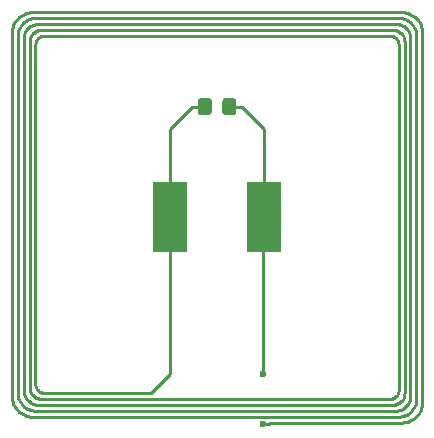
<source format=gtl>
G04 #@! TF.GenerationSoftware,KiCad,Pcbnew,5.1.10*
G04 #@! TF.CreationDate,2021-10-22T00:18:35+02:00*
G04 #@! TF.ProjectId,rfid-breakout,72666964-2d62-4726-9561-6b6f75742e6b,rev?*
G04 #@! TF.SameCoordinates,Original*
G04 #@! TF.FileFunction,Copper,L1,Top*
G04 #@! TF.FilePolarity,Positive*
%FSLAX46Y46*%
G04 Gerber Fmt 4.6, Leading zero omitted, Abs format (unit mm)*
G04 Created by KiCad (PCBNEW 5.1.10) date 2021-10-22 00:18:35*
%MOMM*%
%LPD*%
G01*
G04 APERTURE LIST*
G04 #@! TA.AperFunction,SMDPad,CuDef*
%ADD10R,3.000000X6.000000*%
G04 #@! TD*
G04 #@! TA.AperFunction,ViaPad*
%ADD11C,0.600000*%
G04 #@! TD*
G04 #@! TA.AperFunction,Conductor*
%ADD12C,0.250000*%
G04 #@! TD*
G04 APERTURE END LIST*
G04 #@! TA.AperFunction,SMDPad,CuDef*
G36*
G01*
X145000000Y-90975000D02*
X145000000Y-90025000D01*
G75*
G02*
X145250000Y-89775000I250000J0D01*
G01*
X145925000Y-89775000D01*
G75*
G02*
X146175000Y-90025000I0J-250000D01*
G01*
X146175000Y-90975000D01*
G75*
G02*
X145925000Y-91225000I-250000J0D01*
G01*
X145250000Y-91225000D01*
G75*
G02*
X145000000Y-90975000I0J250000D01*
G01*
G37*
G04 #@! TD.AperFunction*
G04 #@! TA.AperFunction,SMDPad,CuDef*
G36*
G01*
X147075000Y-90975000D02*
X147075000Y-90025000D01*
G75*
G02*
X147325000Y-89775000I250000J0D01*
G01*
X148000000Y-89775000D01*
G75*
G02*
X148250000Y-90025000I0J-250000D01*
G01*
X148250000Y-90975000D01*
G75*
G02*
X148000000Y-91225000I-250000J0D01*
G01*
X147325000Y-91225000D01*
G75*
G02*
X147075000Y-90975000I0J250000D01*
G01*
G37*
G04 #@! TD.AperFunction*
D10*
X150625000Y-99875000D03*
X142625000Y-99875000D03*
D11*
X150500000Y-113125000D03*
X150500000Y-117375000D03*
D12*
X150500000Y-100000000D02*
X150625000Y-99875000D01*
X150500000Y-113125000D02*
X150500000Y-100000000D01*
X142625000Y-92375000D02*
X142625000Y-99875000D01*
X144500000Y-90500000D02*
X142625000Y-92375000D01*
X145587500Y-90500000D02*
X144500000Y-90500000D01*
X150625000Y-92375000D02*
X150625000Y-99875000D01*
X148750000Y-90500000D02*
X150625000Y-92375000D01*
X147662500Y-90500000D02*
X148750000Y-90500000D01*
X150500000Y-117375000D02*
X150500000Y-117375000D01*
X142625000Y-113125000D02*
X141000000Y-114750000D01*
X151000000Y-117375000D02*
X150500000Y-117375000D01*
X151125000Y-117250000D02*
X151000000Y-117375000D01*
X142625000Y-99875000D02*
X142625000Y-113125000D01*
X131250000Y-85250000D02*
X131253611Y-85176487D01*
X131253611Y-85176487D02*
X131264411Y-85103682D01*
X131264411Y-85103682D02*
X131282294Y-85032286D01*
X131282294Y-85032286D02*
X131307090Y-84962987D01*
X131307090Y-84962987D02*
X131338559Y-84896452D01*
X131338559Y-84896452D02*
X131376397Y-84833322D01*
X131376397Y-84833322D02*
X131420242Y-84774205D01*
X131420242Y-84774205D02*
X131469669Y-84719669D01*
X131469669Y-84719669D02*
X131524205Y-84670242D01*
X131524205Y-84670242D02*
X131583322Y-84626397D01*
X131583322Y-84626397D02*
X131646452Y-84588559D01*
X131646452Y-84588559D02*
X131712987Y-84557090D01*
X131712987Y-84557090D02*
X131782286Y-84532294D01*
X131782286Y-84532294D02*
X131853682Y-84514411D01*
X131853682Y-84514411D02*
X131926487Y-84503611D01*
X131926487Y-84503611D02*
X132000000Y-84500000D01*
X130750000Y-85000000D02*
X130754815Y-84901982D01*
X130754815Y-84901982D02*
X130769214Y-84804909D01*
X130769214Y-84804909D02*
X130793059Y-84709715D01*
X130793059Y-84709715D02*
X130826120Y-84617316D01*
X130826120Y-84617316D02*
X130868078Y-84528603D01*
X130868078Y-84528603D02*
X130918530Y-84444429D01*
X130918530Y-84444429D02*
X130976989Y-84365606D01*
X130976989Y-84365606D02*
X131042893Y-84292893D01*
X131042893Y-84292893D02*
X131115606Y-84226989D01*
X131115606Y-84226989D02*
X131194429Y-84168530D01*
X131194429Y-84168530D02*
X131278603Y-84118078D01*
X131278603Y-84118078D02*
X131367316Y-84076120D01*
X131367316Y-84076120D02*
X131459715Y-84043059D01*
X131459715Y-84043059D02*
X131554909Y-84019214D01*
X131554909Y-84019214D02*
X131651982Y-84004815D01*
X131651982Y-84004815D02*
X131750000Y-84000000D01*
X131500000Y-83500000D02*
X131377478Y-83506019D01*
X131377478Y-83506019D02*
X131256137Y-83524018D01*
X131256137Y-83524018D02*
X131137144Y-83553824D01*
X131137144Y-83553824D02*
X131021645Y-83595150D01*
X131021645Y-83595150D02*
X130910754Y-83647598D01*
X130910754Y-83647598D02*
X130805537Y-83710662D01*
X130805537Y-83710662D02*
X130707008Y-83783736D01*
X130707008Y-83783736D02*
X130616116Y-83866116D01*
X130616116Y-83866116D02*
X130533736Y-83957008D01*
X130533736Y-83957008D02*
X130460662Y-84055537D01*
X130460662Y-84055537D02*
X130397598Y-84160754D01*
X130397598Y-84160754D02*
X130345150Y-84271645D01*
X130345150Y-84271645D02*
X130303824Y-84387144D01*
X130303824Y-84387144D02*
X130274018Y-84506137D01*
X130274018Y-84506137D02*
X130256019Y-84627478D01*
X130256019Y-84627478D02*
X130250000Y-84750000D01*
X129750000Y-84500000D02*
X129757222Y-84352974D01*
X129757222Y-84352974D02*
X129778822Y-84207364D01*
X129778822Y-84207364D02*
X129814589Y-84064572D01*
X129814589Y-84064572D02*
X129864180Y-83925974D01*
X129864180Y-83925974D02*
X129927118Y-83792904D01*
X129927118Y-83792904D02*
X130002795Y-83666644D01*
X130002795Y-83666644D02*
X130090484Y-83548410D01*
X130090484Y-83548410D02*
X130189339Y-83439339D01*
X130189339Y-83439339D02*
X130298410Y-83340484D01*
X130298410Y-83340484D02*
X130416644Y-83252795D01*
X130416644Y-83252795D02*
X130542904Y-83177118D01*
X130542904Y-83177118D02*
X130675974Y-83114180D01*
X130675974Y-83114180D02*
X130814572Y-83064589D01*
X130814572Y-83064589D02*
X130957364Y-83028822D01*
X130957364Y-83028822D02*
X131102974Y-83007222D01*
X131102974Y-83007222D02*
X131250000Y-83000000D01*
X129250000Y-84250000D02*
X129258426Y-84078470D01*
X129258426Y-84078470D02*
X129283625Y-83908591D01*
X129283625Y-83908591D02*
X129325354Y-83742001D01*
X129325354Y-83742001D02*
X129383210Y-83580303D01*
X129383210Y-83580303D02*
X129456637Y-83425055D01*
X129456637Y-83425055D02*
X129544928Y-83277752D01*
X129544928Y-83277752D02*
X129647231Y-83139811D01*
X129647231Y-83139811D02*
X129762563Y-83012563D01*
X129762563Y-83012563D02*
X129889811Y-82897231D01*
X129889811Y-82897231D02*
X130027752Y-82794928D01*
X130027752Y-82794928D02*
X130175055Y-82706637D01*
X130175055Y-82706637D02*
X130330303Y-82633210D01*
X130330303Y-82633210D02*
X130492001Y-82575354D01*
X130492001Y-82575354D02*
X130658591Y-82533625D01*
X130658591Y-82533625D02*
X130828470Y-82508426D01*
X130828470Y-82508426D02*
X131000000Y-82500000D01*
X162000000Y-85250000D02*
X161996388Y-85176487D01*
X161996388Y-85176487D02*
X161985588Y-85103682D01*
X161985588Y-85103682D02*
X161967705Y-85032286D01*
X161967705Y-85032286D02*
X161942909Y-84962987D01*
X161942909Y-84962987D02*
X161911440Y-84896452D01*
X161911440Y-84896452D02*
X161873602Y-84833322D01*
X161873602Y-84833322D02*
X161829757Y-84774205D01*
X161829757Y-84774205D02*
X161780330Y-84719669D01*
X161780330Y-84719669D02*
X161725794Y-84670242D01*
X161725794Y-84670242D02*
X161666677Y-84626397D01*
X161666677Y-84626397D02*
X161603547Y-84588559D01*
X161603547Y-84588559D02*
X161537012Y-84557090D01*
X161537012Y-84557090D02*
X161467713Y-84532294D01*
X161467713Y-84532294D02*
X161396317Y-84514411D01*
X161396317Y-84514411D02*
X161323512Y-84503611D01*
X161323512Y-84503611D02*
X161250000Y-84500000D01*
X161250000Y-84500000D02*
X132000000Y-84500000D01*
X162500000Y-85000000D02*
X162495184Y-84901982D01*
X162495184Y-84901982D02*
X162480785Y-84804909D01*
X162480785Y-84804909D02*
X162456940Y-84709715D01*
X162456940Y-84709715D02*
X162423879Y-84617316D01*
X162423879Y-84617316D02*
X162381921Y-84528603D01*
X162381921Y-84528603D02*
X162331469Y-84444429D01*
X162331469Y-84444429D02*
X162273010Y-84365606D01*
X162273010Y-84365606D02*
X162207106Y-84292893D01*
X162207106Y-84292893D02*
X162134393Y-84226989D01*
X162134393Y-84226989D02*
X162055570Y-84168530D01*
X162055570Y-84168530D02*
X161971396Y-84118078D01*
X161971396Y-84118078D02*
X161882683Y-84076120D01*
X161882683Y-84076120D02*
X161790284Y-84043059D01*
X161790284Y-84043059D02*
X161695090Y-84019214D01*
X161695090Y-84019214D02*
X161598017Y-84004815D01*
X161598017Y-84004815D02*
X161500000Y-84000000D01*
X161500000Y-84000000D02*
X131750000Y-84000000D01*
X163000000Y-84750000D02*
X162993980Y-84627478D01*
X162993980Y-84627478D02*
X162975981Y-84506137D01*
X162975981Y-84506137D02*
X162946175Y-84387144D01*
X162946175Y-84387144D02*
X162904849Y-84271645D01*
X162904849Y-84271645D02*
X162852401Y-84160754D01*
X162852401Y-84160754D02*
X162789337Y-84055537D01*
X162789337Y-84055537D02*
X162716263Y-83957008D01*
X162716263Y-83957008D02*
X162633883Y-83866116D01*
X162633883Y-83866116D02*
X162542991Y-83783736D01*
X162542991Y-83783736D02*
X162444462Y-83710662D01*
X162444462Y-83710662D02*
X162339245Y-83647598D01*
X162339245Y-83647598D02*
X162228354Y-83595150D01*
X162228354Y-83595150D02*
X162112855Y-83553824D01*
X162112855Y-83553824D02*
X161993862Y-83524018D01*
X161993862Y-83524018D02*
X161872521Y-83506019D01*
X161872521Y-83506019D02*
X161750000Y-83500000D01*
X161750000Y-83500000D02*
X131500000Y-83500000D01*
X163500000Y-84500000D02*
X163492777Y-84352974D01*
X163492777Y-84352974D02*
X163471177Y-84207364D01*
X163471177Y-84207364D02*
X163435410Y-84064572D01*
X163435410Y-84064572D02*
X163385819Y-83925974D01*
X163385819Y-83925974D02*
X163322881Y-83792904D01*
X163322881Y-83792904D02*
X163247204Y-83666644D01*
X163247204Y-83666644D02*
X163159515Y-83548410D01*
X163159515Y-83548410D02*
X163060660Y-83439339D01*
X163060660Y-83439339D02*
X162951589Y-83340484D01*
X162951589Y-83340484D02*
X162833355Y-83252795D01*
X162833355Y-83252795D02*
X162707095Y-83177118D01*
X162707095Y-83177118D02*
X162574025Y-83114180D01*
X162574025Y-83114180D02*
X162435427Y-83064589D01*
X162435427Y-83064589D02*
X162292635Y-83028822D01*
X162292635Y-83028822D02*
X162147025Y-83007222D01*
X162147025Y-83007222D02*
X162000000Y-83000000D01*
X162000000Y-83000000D02*
X131250000Y-83000000D01*
X164000000Y-84250000D02*
X163991573Y-84078470D01*
X163991573Y-84078470D02*
X163966374Y-83908591D01*
X163966374Y-83908591D02*
X163924645Y-83742001D01*
X163924645Y-83742001D02*
X163866789Y-83580303D01*
X163866789Y-83580303D02*
X163793362Y-83425055D01*
X163793362Y-83425055D02*
X163705071Y-83277752D01*
X163705071Y-83277752D02*
X163602768Y-83139811D01*
X163602768Y-83139811D02*
X163487436Y-83012563D01*
X163487436Y-83012563D02*
X163360188Y-82897231D01*
X163360188Y-82897231D02*
X163222247Y-82794928D01*
X163222247Y-82794928D02*
X163074944Y-82706637D01*
X163074944Y-82706637D02*
X162919696Y-82633210D01*
X162919696Y-82633210D02*
X162757998Y-82575354D01*
X162757998Y-82575354D02*
X162591408Y-82533625D01*
X162591408Y-82533625D02*
X162421529Y-82508426D01*
X162421529Y-82508426D02*
X162250000Y-82500000D01*
X162250000Y-82500000D02*
X131000000Y-82500000D01*
X132000000Y-114750000D02*
X141000000Y-114750000D01*
X132000000Y-114750000D02*
X131926487Y-114746388D01*
X131926487Y-114746388D02*
X131853682Y-114735588D01*
X131853682Y-114735588D02*
X131782286Y-114717705D01*
X131782286Y-114717705D02*
X131712987Y-114692909D01*
X131712987Y-114692909D02*
X131646452Y-114661440D01*
X131646452Y-114661440D02*
X131583322Y-114623602D01*
X131583322Y-114623602D02*
X131524205Y-114579757D01*
X131524205Y-114579757D02*
X131469669Y-114530330D01*
X131469669Y-114530330D02*
X131420242Y-114475794D01*
X131420242Y-114475794D02*
X131376397Y-114416677D01*
X131376397Y-114416677D02*
X131338559Y-114353547D01*
X131338559Y-114353547D02*
X131307090Y-114287012D01*
X131307090Y-114287012D02*
X131282294Y-114217713D01*
X131282294Y-114217713D02*
X131264411Y-114146317D01*
X131264411Y-114146317D02*
X131253611Y-114073512D01*
X131253611Y-114073512D02*
X131250000Y-114000000D01*
X131250000Y-114000000D02*
X131250000Y-85250000D01*
X131750000Y-115250000D02*
X131651982Y-115245184D01*
X131651982Y-115245184D02*
X131554909Y-115230785D01*
X131554909Y-115230785D02*
X131459715Y-115206940D01*
X131459715Y-115206940D02*
X131367316Y-115173879D01*
X131367316Y-115173879D02*
X131278603Y-115131921D01*
X131278603Y-115131921D02*
X131194429Y-115081469D01*
X131194429Y-115081469D02*
X131115606Y-115023010D01*
X131115606Y-115023010D02*
X131042893Y-114957106D01*
X131042893Y-114957106D02*
X130976989Y-114884393D01*
X130976989Y-114884393D02*
X130918530Y-114805570D01*
X130918530Y-114805570D02*
X130868078Y-114721396D01*
X130868078Y-114721396D02*
X130826120Y-114632683D01*
X130826120Y-114632683D02*
X130793059Y-114540284D01*
X130793059Y-114540284D02*
X130769214Y-114445090D01*
X130769214Y-114445090D02*
X130754815Y-114348017D01*
X130754815Y-114348017D02*
X130750000Y-114250000D01*
X130750000Y-114250000D02*
X130750000Y-85000000D01*
X131500000Y-115750000D02*
X131377478Y-115743980D01*
X131377478Y-115743980D02*
X131256137Y-115725981D01*
X131256137Y-115725981D02*
X131137144Y-115696175D01*
X131137144Y-115696175D02*
X131021645Y-115654849D01*
X131021645Y-115654849D02*
X130910754Y-115602401D01*
X130910754Y-115602401D02*
X130805537Y-115539337D01*
X130805537Y-115539337D02*
X130707008Y-115466263D01*
X130707008Y-115466263D02*
X130616116Y-115383883D01*
X130616116Y-115383883D02*
X130533736Y-115292991D01*
X130533736Y-115292991D02*
X130460662Y-115194462D01*
X130460662Y-115194462D02*
X130397598Y-115089245D01*
X130397598Y-115089245D02*
X130345150Y-114978354D01*
X130345150Y-114978354D02*
X130303824Y-114862855D01*
X130303824Y-114862855D02*
X130274018Y-114743862D01*
X130274018Y-114743862D02*
X130256019Y-114622521D01*
X130256019Y-114622521D02*
X130250000Y-114500000D01*
X130250000Y-114500000D02*
X130250000Y-84750000D01*
X131250000Y-116250000D02*
X131102974Y-116242777D01*
X131102974Y-116242777D02*
X130957364Y-116221177D01*
X130957364Y-116221177D02*
X130814572Y-116185410D01*
X130814572Y-116185410D02*
X130675974Y-116135819D01*
X130675974Y-116135819D02*
X130542904Y-116072881D01*
X130542904Y-116072881D02*
X130416644Y-115997204D01*
X130416644Y-115997204D02*
X130298410Y-115909515D01*
X130298410Y-115909515D02*
X130189339Y-115810660D01*
X130189339Y-115810660D02*
X130090484Y-115701589D01*
X130090484Y-115701589D02*
X130002795Y-115583355D01*
X130002795Y-115583355D02*
X129927118Y-115457095D01*
X129927118Y-115457095D02*
X129864180Y-115324025D01*
X129864180Y-115324025D02*
X129814589Y-115185427D01*
X129814589Y-115185427D02*
X129778822Y-115042635D01*
X129778822Y-115042635D02*
X129757222Y-114897025D01*
X129757222Y-114897025D02*
X129750000Y-114750000D01*
X129750000Y-114750000D02*
X129750000Y-84500000D01*
X131000000Y-116750000D02*
X130828470Y-116741573D01*
X130828470Y-116741573D02*
X130658591Y-116716374D01*
X130658591Y-116716374D02*
X130492001Y-116674645D01*
X130492001Y-116674645D02*
X130330303Y-116616789D01*
X130330303Y-116616789D02*
X130175055Y-116543362D01*
X130175055Y-116543362D02*
X130027752Y-116455071D01*
X130027752Y-116455071D02*
X129889811Y-116352768D01*
X129889811Y-116352768D02*
X129762563Y-116237436D01*
X129762563Y-116237436D02*
X129647231Y-116110188D01*
X129647231Y-116110188D02*
X129544928Y-115972247D01*
X129544928Y-115972247D02*
X129456637Y-115824944D01*
X129456637Y-115824944D02*
X129383210Y-115669696D01*
X129383210Y-115669696D02*
X129325354Y-115507998D01*
X129325354Y-115507998D02*
X129283625Y-115341408D01*
X129283625Y-115341408D02*
X129258426Y-115171529D01*
X129258426Y-115171529D02*
X129250000Y-115000000D01*
X129250000Y-115000000D02*
X129250000Y-84250000D01*
X162000000Y-114500000D02*
X162000000Y-85250000D01*
X162000000Y-114500000D02*
X161996388Y-114573512D01*
X161996388Y-114573512D02*
X161985588Y-114646317D01*
X161985588Y-114646317D02*
X161967705Y-114717713D01*
X161967705Y-114717713D02*
X161942909Y-114787012D01*
X161942909Y-114787012D02*
X161911440Y-114853547D01*
X161911440Y-114853547D02*
X161873602Y-114916677D01*
X161873602Y-114916677D02*
X161829757Y-114975794D01*
X161829757Y-114975794D02*
X161780330Y-115030330D01*
X161780330Y-115030330D02*
X161725794Y-115079757D01*
X161725794Y-115079757D02*
X161666677Y-115123602D01*
X161666677Y-115123602D02*
X161603547Y-115161440D01*
X161603547Y-115161440D02*
X161537012Y-115192909D01*
X161537012Y-115192909D02*
X161467713Y-115217705D01*
X161467713Y-115217705D02*
X161396317Y-115235588D01*
X161396317Y-115235588D02*
X161323512Y-115246388D01*
X161323512Y-115246388D02*
X161250000Y-115250000D01*
X161250000Y-115250000D02*
X131750000Y-115250000D01*
X162500000Y-114750000D02*
X162500000Y-85000000D01*
X162500000Y-114750000D02*
X162495184Y-114848017D01*
X162495184Y-114848017D02*
X162480785Y-114945090D01*
X162480785Y-114945090D02*
X162456940Y-115040284D01*
X162456940Y-115040284D02*
X162423879Y-115132683D01*
X162423879Y-115132683D02*
X162381921Y-115221396D01*
X162381921Y-115221396D02*
X162331469Y-115305570D01*
X162331469Y-115305570D02*
X162273010Y-115384393D01*
X162273010Y-115384393D02*
X162207106Y-115457106D01*
X162207106Y-115457106D02*
X162134393Y-115523010D01*
X162134393Y-115523010D02*
X162055570Y-115581469D01*
X162055570Y-115581469D02*
X161971396Y-115631921D01*
X161971396Y-115631921D02*
X161882683Y-115673879D01*
X161882683Y-115673879D02*
X161790284Y-115706940D01*
X161790284Y-115706940D02*
X161695090Y-115730785D01*
X161695090Y-115730785D02*
X161598017Y-115745184D01*
X161598017Y-115745184D02*
X161500000Y-115750000D01*
X161500000Y-115750000D02*
X131500000Y-115750000D01*
X163000000Y-115000000D02*
X163000000Y-84750000D01*
X163000000Y-115000000D02*
X162993980Y-115122521D01*
X162993980Y-115122521D02*
X162975981Y-115243862D01*
X162975981Y-115243862D02*
X162946175Y-115362855D01*
X162946175Y-115362855D02*
X162904849Y-115478354D01*
X162904849Y-115478354D02*
X162852401Y-115589245D01*
X162852401Y-115589245D02*
X162789337Y-115694462D01*
X162789337Y-115694462D02*
X162716263Y-115792991D01*
X162716263Y-115792991D02*
X162633883Y-115883883D01*
X162633883Y-115883883D02*
X162542991Y-115966263D01*
X162542991Y-115966263D02*
X162444462Y-116039337D01*
X162444462Y-116039337D02*
X162339245Y-116102401D01*
X162339245Y-116102401D02*
X162228354Y-116154849D01*
X162228354Y-116154849D02*
X162112855Y-116196175D01*
X162112855Y-116196175D02*
X161993862Y-116225981D01*
X161993862Y-116225981D02*
X161872521Y-116243980D01*
X161872521Y-116243980D02*
X161750000Y-116250000D01*
X161750000Y-116250000D02*
X131250000Y-116250000D01*
X163500000Y-115250000D02*
X163500000Y-84500000D01*
X163500000Y-115250000D02*
X163492777Y-115397025D01*
X163492777Y-115397025D02*
X163471177Y-115542635D01*
X163471177Y-115542635D02*
X163435410Y-115685427D01*
X163435410Y-115685427D02*
X163385819Y-115824025D01*
X163385819Y-115824025D02*
X163322881Y-115957095D01*
X163322881Y-115957095D02*
X163247204Y-116083355D01*
X163247204Y-116083355D02*
X163159515Y-116201589D01*
X163159515Y-116201589D02*
X163060660Y-116310660D01*
X163060660Y-116310660D02*
X162951589Y-116409515D01*
X162951589Y-116409515D02*
X162833355Y-116497204D01*
X162833355Y-116497204D02*
X162707095Y-116572881D01*
X162707095Y-116572881D02*
X162574025Y-116635819D01*
X162574025Y-116635819D02*
X162435427Y-116685410D01*
X162435427Y-116685410D02*
X162292635Y-116721177D01*
X162292635Y-116721177D02*
X162147025Y-116742777D01*
X162147025Y-116742777D02*
X162000000Y-116750000D01*
X162000000Y-116750000D02*
X131000000Y-116750000D01*
X162250000Y-117250000D02*
X151125000Y-117250000D01*
X162250000Y-117250000D02*
X162421529Y-117241573D01*
X162421529Y-117241573D02*
X162591408Y-117216374D01*
X162591408Y-117216374D02*
X162757998Y-117174645D01*
X162757998Y-117174645D02*
X162919696Y-117116789D01*
X162919696Y-117116789D02*
X163074944Y-117043362D01*
X163074944Y-117043362D02*
X163222247Y-116955071D01*
X163222247Y-116955071D02*
X163360188Y-116852768D01*
X163360188Y-116852768D02*
X163487436Y-116737436D01*
X163487436Y-116737436D02*
X163602768Y-116610188D01*
X163602768Y-116610188D02*
X163705071Y-116472247D01*
X163705071Y-116472247D02*
X163793362Y-116324944D01*
X163793362Y-116324944D02*
X163866789Y-116169696D01*
X163866789Y-116169696D02*
X163924645Y-116007998D01*
X163924645Y-116007998D02*
X163966374Y-115841408D01*
X163966374Y-115841408D02*
X163991573Y-115671529D01*
X163991573Y-115671529D02*
X164000000Y-115500000D01*
X164000000Y-115500000D02*
X164000000Y-84250000D01*
M02*

</source>
